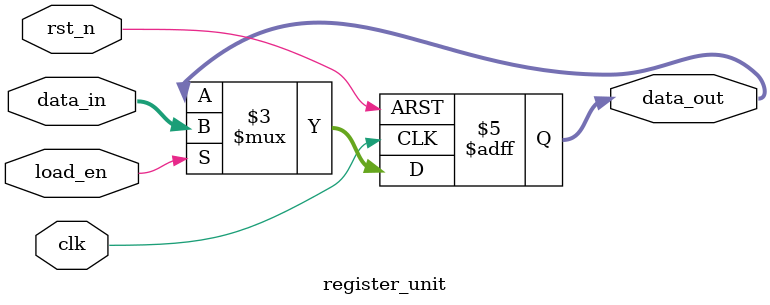
<source format=sv>

module priority_load_reg(
    input clk, rst_n,
    input [7:0] data_a, data_b, data_c,
    input load_a, load_b, load_c,
    output [7:0] result
);

    // Internal signals
    wire [7:0] selected_data;
    wire valid_load;

    // Priority selector submodule
    priority_selector u_priority_selector(
        .data_a(data_a),
        .data_b(data_b), 
        .data_c(data_c),
        .load_a(load_a), 
        .load_b(load_b), 
        .load_c(load_c),
        .selected_data(selected_data),
        .valid_load(valid_load)
    );

    // Register unit submodule
    register_unit u_register_unit(
        .clk(clk),
        .rst_n(rst_n),
        .data_in(selected_data),
        .load_en(valid_load),
        .data_out(result)
    );

endmodule

///////////////////////////////////////////////////////////
// Priority selector module - determines which data input
// to select based on priority rules
///////////////////////////////////////////////////////////

module priority_selector(
    input [7:0] data_a, data_b, data_c,
    input load_a, load_b, load_c,
    output reg [7:0] selected_data,
    output wire valid_load
);

    // Optimized priority encoding using one-hot encoding
    reg [2:0] select_vector;
    
    // Convert priority to one-hot encoding for better synthesis
    always @(*) begin
        casez ({load_a, load_b, load_c})
            3'b1??: select_vector = 3'b100; // A has highest priority
            3'b01?: select_vector = 3'b010; // B has medium priority
            3'b001: select_vector = 3'b001; // C has lowest priority
            default: select_vector = 3'b000;
        endcase
    end
    
    // Data selection using optimized multiplexing logic
    always @(*) begin
        case (select_vector)
            3'b100: selected_data = data_a;
            3'b010: selected_data = data_b;
            3'b001: selected_data = data_c;
            default: selected_data = 8'h00;
        endcase
    end
    
    // Generate valid_load signal - OR reduction is more efficient
    assign valid_load = |{load_a, load_b, load_c};

endmodule

///////////////////////////////////////////////////////////
// Register unit module - stores the selected data
// on positive clock edge when enabled
///////////////////////////////////////////////////////////

module register_unit(
    input clk, rst_n,
    input [7:0] data_in,
    input load_en,
    output reg [7:0] data_out
);

    // Register with asynchronous reset and clock enable
    always @(posedge clk or negedge rst_n) begin
        if (!rst_n)
            data_out <= 8'h00;
        else if (load_en)
            data_out <= data_in;
    end

endmodule
</source>
